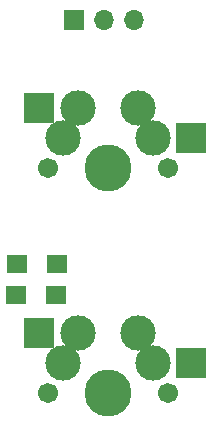
<source format=gbr>
%TF.GenerationSoftware,KiCad,Pcbnew,7.0.2*%
%TF.CreationDate,2023-04-26T23:17:44+02:00*%
%TF.ProjectId,phoenix-thumb,70686f65-6e69-4782-9d74-68756d622e6b,v1.0.0*%
%TF.SameCoordinates,Original*%
%TF.FileFunction,Soldermask,Top*%
%TF.FilePolarity,Negative*%
%FSLAX46Y46*%
G04 Gerber Fmt 4.6, Leading zero omitted, Abs format (unit mm)*
G04 Created by KiCad (PCBNEW 7.0.2) date 2023-04-26 23:17:44*
%MOMM*%
%LPD*%
G01*
G04 APERTURE LIST*
%ADD10R,1.700000X1.700000*%
%ADD11O,1.700000X1.700000*%
%ADD12R,2.550000X2.500000*%
%ADD13C,1.701800*%
%ADD14C,3.000000*%
%ADD15C,3.987800*%
%ADD16R,1.800000X1.500000*%
G04 APERTURE END LIST*
D10*
%TO.C,REF\u002A\u002A*%
X137580000Y-129920000D03*
D11*
X140120000Y-129920000D03*
X142660000Y-129920000D03*
%TD*%
D12*
%TO.C,S7*%
X147495000Y-158980000D03*
X134568000Y-156440000D03*
D13*
X145490000Y-161520000D03*
D14*
X136600000Y-158980000D03*
X144220000Y-158980000D03*
X142950000Y-156440000D03*
X137870000Y-156440000D03*
D13*
X135330000Y-161520000D03*
D15*
X140410000Y-161520000D03*
%TD*%
%TO.C,S2*%
X140412000Y-142430000D03*
D14*
X137872000Y-137350000D03*
D13*
X145492000Y-142430000D03*
X135332000Y-142430000D03*
D14*
X142952000Y-137350000D03*
X136602000Y-139890000D03*
X144222000Y-139890000D03*
D12*
X134570000Y-137350000D03*
X147497000Y-139890000D03*
%TD*%
D16*
%TO.C,D25*%
X132630000Y-153170000D03*
X136030000Y-153170000D03*
%TD*%
%TO.C,D25*%
X132704500Y-150555190D03*
X136104500Y-150555190D03*
%TD*%
M02*

</source>
